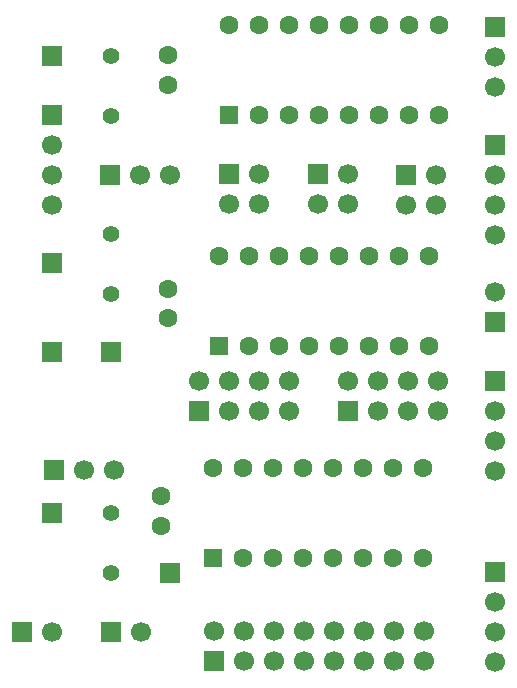
<source format=gbs>
G04 #@! TF.GenerationSoftware,KiCad,Pcbnew,9.0.4*
G04 #@! TF.CreationDate,2025-09-25T20:50:39+02:00*
G04 #@! TF.ProjectId,switchboard,73776974-6368-4626-9f61-72642e6b6963,rev?*
G04 #@! TF.SameCoordinates,Original*
G04 #@! TF.FileFunction,Soldermask,Bot*
G04 #@! TF.FilePolarity,Negative*
%FSLAX46Y46*%
G04 Gerber Fmt 4.6, Leading zero omitted, Abs format (unit mm)*
G04 Created by KiCad (PCBNEW 9.0.4) date 2025-09-25 20:50:39*
%MOMM*%
%LPD*%
G01*
G04 APERTURE LIST*
G04 Aperture macros list*
%AMRoundRect*
0 Rectangle with rounded corners*
0 $1 Rounding radius*
0 $2 $3 $4 $5 $6 $7 $8 $9 X,Y pos of 4 corners*
0 Add a 4 corners polygon primitive as box body*
4,1,4,$2,$3,$4,$5,$6,$7,$8,$9,$2,$3,0*
0 Add four circle primitives for the rounded corners*
1,1,$1+$1,$2,$3*
1,1,$1+$1,$4,$5*
1,1,$1+$1,$6,$7*
1,1,$1+$1,$8,$9*
0 Add four rect primitives between the rounded corners*
20,1,$1+$1,$2,$3,$4,$5,0*
20,1,$1+$1,$4,$5,$6,$7,0*
20,1,$1+$1,$6,$7,$8,$9,0*
20,1,$1+$1,$8,$9,$2,$3,0*%
G04 Aperture macros list end*
%ADD10C,1.600000*%
%ADD11RoundRect,0.250000X0.550000X-0.550000X0.550000X0.550000X-0.550000X0.550000X-0.550000X-0.550000X0*%
%ADD12R,1.700000X1.700000*%
%ADD13C,1.700000*%
%ADD14C,1.400000*%
G04 APERTURE END LIST*
D10*
G04 #@! TO.C,C3*
X84200000Y-104745000D03*
X84200000Y-107245000D03*
G04 #@! TD*
D11*
G04 #@! TO.C,U2*
X89100000Y-92020000D03*
D10*
X91640000Y-92020000D03*
X94180000Y-92020000D03*
X96720000Y-92020000D03*
X99260000Y-92020000D03*
X101800000Y-92020000D03*
X104340000Y-92020000D03*
X106880000Y-92020000D03*
X106880000Y-84400000D03*
X104340000Y-84400000D03*
X101800000Y-84400000D03*
X99260000Y-84400000D03*
X96720000Y-84400000D03*
X94180000Y-84400000D03*
X91640000Y-84400000D03*
X89100000Y-84400000D03*
G04 #@! TD*
G04 #@! TO.C,C1*
X84800000Y-67400000D03*
X84800000Y-69900000D03*
G04 #@! TD*
D12*
G04 #@! TO.C,J9*
X75000000Y-106195000D03*
G04 #@! TD*
G04 #@! TO.C,J17*
X97460000Y-77460000D03*
D13*
X100000000Y-77460000D03*
X97460000Y-80000000D03*
X100000000Y-80000000D03*
G04 #@! TD*
D12*
G04 #@! TO.C,J21*
X112500000Y-74960000D03*
D13*
X112500000Y-77500000D03*
X112500000Y-80040000D03*
X112500000Y-82580000D03*
G04 #@! TD*
D12*
G04 #@! TO.C,J14*
X75000000Y-67500000D03*
G04 #@! TD*
G04 #@! TO.C,J10*
X75000000Y-92500000D03*
G04 #@! TD*
G04 #@! TO.C,J4*
X75170000Y-102500000D03*
D13*
X77710000Y-102500000D03*
X80250000Y-102500000D03*
G04 #@! TD*
D12*
G04 #@! TO.C,J12*
X79920000Y-77500000D03*
D13*
X82460000Y-77500000D03*
X85000000Y-77500000D03*
G04 #@! TD*
D11*
G04 #@! TO.C,U1*
X89920000Y-72500000D03*
D10*
X92460000Y-72500000D03*
X95000000Y-72500000D03*
X97540000Y-72500000D03*
X100080000Y-72500000D03*
X102620000Y-72500000D03*
X105160000Y-72500000D03*
X107700000Y-72500000D03*
X107700000Y-64880000D03*
X105160000Y-64880000D03*
X102620000Y-64880000D03*
X100080000Y-64880000D03*
X97540000Y-64880000D03*
X95000000Y-64880000D03*
X92460000Y-64880000D03*
X89920000Y-64880000D03*
G04 #@! TD*
D12*
G04 #@! TO.C,J20*
X112500000Y-111115000D03*
D13*
X112500000Y-113655000D03*
X112500000Y-116195000D03*
X112500000Y-118735000D03*
G04 #@! TD*
D12*
G04 #@! TO.C,J8*
X79960000Y-116195000D03*
D13*
X82500000Y-116195000D03*
G04 #@! TD*
D12*
G04 #@! TO.C,J7*
X72460000Y-116195000D03*
D13*
X75000000Y-116195000D03*
G04 #@! TD*
D14*
G04 #@! TO.C,R1*
X80000000Y-106195000D03*
X80000000Y-111275000D03*
G04 #@! TD*
D12*
G04 #@! TO.C,J19*
X112500000Y-94960000D03*
D13*
X112500000Y-97500000D03*
X112500000Y-100040000D03*
X112500000Y-102580000D03*
G04 #@! TD*
D12*
G04 #@! TO.C,J16*
X89960000Y-77460000D03*
D13*
X92500000Y-77460000D03*
X89960000Y-80000000D03*
X92500000Y-80000000D03*
G04 #@! TD*
D12*
G04 #@! TO.C,J5*
X112500000Y-65000000D03*
D13*
X112500000Y-67540000D03*
X112500000Y-70080000D03*
G04 #@! TD*
D12*
G04 #@! TO.C,J1*
X88660000Y-118695000D03*
D13*
X88660000Y-116155000D03*
X91200000Y-118695000D03*
X91200000Y-116155000D03*
X93740000Y-118695000D03*
X93740000Y-116155000D03*
X96280000Y-118695000D03*
X96280000Y-116155000D03*
X98820000Y-118695000D03*
X98820000Y-116155000D03*
X101360000Y-118695000D03*
X101360000Y-116155000D03*
X103900000Y-118695000D03*
X103900000Y-116155000D03*
X106440000Y-118695000D03*
X106440000Y-116155000D03*
G04 #@! TD*
D14*
G04 #@! TO.C,R3*
X80000000Y-67500000D03*
X80000000Y-72580000D03*
G04 #@! TD*
D12*
G04 #@! TO.C,J18*
X104960000Y-77500000D03*
D13*
X107500000Y-77500000D03*
X104960000Y-80040000D03*
X107500000Y-80040000D03*
G04 #@! TD*
D12*
G04 #@! TO.C,J22*
X74980800Y-72491600D03*
D13*
X74980800Y-75031600D03*
X74980800Y-77571600D03*
X74980800Y-80111600D03*
G04 #@! TD*
D14*
G04 #@! TO.C,R2*
X80000000Y-82500000D03*
X80000000Y-87580000D03*
G04 #@! TD*
D12*
G04 #@! TO.C,J15*
X112460000Y-90000000D03*
D13*
X112460000Y-87460000D03*
G04 #@! TD*
D12*
G04 #@! TO.C,J11*
X80000000Y-92500000D03*
G04 #@! TD*
D10*
G04 #@! TO.C,C2*
X84800000Y-87150000D03*
X84800000Y-89650000D03*
G04 #@! TD*
D12*
G04 #@! TO.C,J13*
X75000000Y-85000000D03*
G04 #@! TD*
G04 #@! TO.C,J3*
X100000000Y-97540000D03*
D13*
X100000000Y-95000000D03*
X102540000Y-97540000D03*
X102540000Y-95000000D03*
X105080000Y-97540000D03*
X105080000Y-95000000D03*
X107620000Y-97540000D03*
X107620000Y-95000000D03*
G04 #@! TD*
D12*
G04 #@! TO.C,J2*
X87420000Y-97500000D03*
D13*
X87420000Y-94960000D03*
X89960000Y-97500000D03*
X89960000Y-94960000D03*
X92500000Y-97500000D03*
X92500000Y-94960000D03*
X95040000Y-97500000D03*
X95040000Y-94960000D03*
G04 #@! TD*
D12*
G04 #@! TO.C,J6*
X85000000Y-111195000D03*
G04 #@! TD*
D11*
G04 #@! TO.C,U3*
X88610000Y-110000000D03*
D10*
X91150000Y-110000000D03*
X93690000Y-110000000D03*
X96230000Y-110000000D03*
X98770000Y-110000000D03*
X101310000Y-110000000D03*
X103850000Y-110000000D03*
X106390000Y-110000000D03*
X106390000Y-102380000D03*
X103850000Y-102380000D03*
X101310000Y-102380000D03*
X98770000Y-102380000D03*
X96230000Y-102380000D03*
X93690000Y-102380000D03*
X91150000Y-102380000D03*
X88610000Y-102380000D03*
G04 #@! TD*
M02*

</source>
